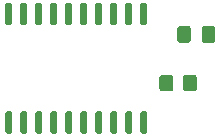
<source format=gbr>
%TF.GenerationSoftware,KiCad,Pcbnew,(5.1.8)-1*%
%TF.CreationDate,2024-03-21T22:45:28+03:00*%
%TF.ProjectId,Reg,5265672e-6b69-4636-9164-5f7063625858,rev?*%
%TF.SameCoordinates,Original*%
%TF.FileFunction,Paste,Bot*%
%TF.FilePolarity,Positive*%
%FSLAX46Y46*%
G04 Gerber Fmt 4.6, Leading zero omitted, Abs format (unit mm)*
G04 Created by KiCad (PCBNEW (5.1.8)-1) date 2024-03-21 22:45:28*
%MOMM*%
%LPD*%
G01*
G04 APERTURE LIST*
G04 APERTURE END LIST*
%TO.C,C4*%
G36*
G01*
X117025000Y-24607500D02*
X117025000Y-25557500D01*
G75*
G02*
X116775000Y-25807500I-250000J0D01*
G01*
X116100000Y-25807500D01*
G75*
G02*
X115850000Y-25557500I0J250000D01*
G01*
X115850000Y-24607500D01*
G75*
G02*
X116100000Y-24357500I250000J0D01*
G01*
X116775000Y-24357500D01*
G75*
G02*
X117025000Y-24607500I0J-250000D01*
G01*
G37*
G36*
G01*
X119100000Y-24607500D02*
X119100000Y-25557500D01*
G75*
G02*
X118850000Y-25807500I-250000J0D01*
G01*
X118175000Y-25807500D01*
G75*
G02*
X117925000Y-25557500I0J250000D01*
G01*
X117925000Y-24607500D01*
G75*
G02*
X118175000Y-24357500I250000J0D01*
G01*
X118850000Y-24357500D01*
G75*
G02*
X119100000Y-24607500I0J-250000D01*
G01*
G37*
%TD*%
%TO.C,R14*%
G36*
G01*
X116335000Y-29660001D02*
X116335000Y-28759999D01*
G75*
G02*
X116584999Y-28510000I249999J0D01*
G01*
X117285001Y-28510000D01*
G75*
G02*
X117535000Y-28759999I0J-249999D01*
G01*
X117535000Y-29660001D01*
G75*
G02*
X117285001Y-29910000I-249999J0D01*
G01*
X116584999Y-29910000D01*
G75*
G02*
X116335000Y-29660001I0J249999D01*
G01*
G37*
G36*
G01*
X114335000Y-29660001D02*
X114335000Y-28759999D01*
G75*
G02*
X114584999Y-28510000I249999J0D01*
G01*
X115285001Y-28510000D01*
G75*
G02*
X115535000Y-28759999I0J-249999D01*
G01*
X115535000Y-29660001D01*
G75*
G02*
X115285001Y-29910000I-249999J0D01*
G01*
X114584999Y-29910000D01*
G75*
G02*
X114335000Y-29660001I0J249999D01*
G01*
G37*
%TD*%
%TO.C,U5*%
G36*
G01*
X113180000Y-24290000D02*
X112880000Y-24290000D01*
G75*
G02*
X112730000Y-24140000I0J150000D01*
G01*
X112730000Y-22540000D01*
G75*
G02*
X112880000Y-22390000I150000J0D01*
G01*
X113180000Y-22390000D01*
G75*
G02*
X113330000Y-22540000I0J-150000D01*
G01*
X113330000Y-24140000D01*
G75*
G02*
X113180000Y-24290000I-150000J0D01*
G01*
G37*
G36*
G01*
X111910000Y-24290000D02*
X111610000Y-24290000D01*
G75*
G02*
X111460000Y-24140000I0J150000D01*
G01*
X111460000Y-22540000D01*
G75*
G02*
X111610000Y-22390000I150000J0D01*
G01*
X111910000Y-22390000D01*
G75*
G02*
X112060000Y-22540000I0J-150000D01*
G01*
X112060000Y-24140000D01*
G75*
G02*
X111910000Y-24290000I-150000J0D01*
G01*
G37*
G36*
G01*
X110640000Y-24290000D02*
X110340000Y-24290000D01*
G75*
G02*
X110190000Y-24140000I0J150000D01*
G01*
X110190000Y-22540000D01*
G75*
G02*
X110340000Y-22390000I150000J0D01*
G01*
X110640000Y-22390000D01*
G75*
G02*
X110790000Y-22540000I0J-150000D01*
G01*
X110790000Y-24140000D01*
G75*
G02*
X110640000Y-24290000I-150000J0D01*
G01*
G37*
G36*
G01*
X109370000Y-24290000D02*
X109070000Y-24290000D01*
G75*
G02*
X108920000Y-24140000I0J150000D01*
G01*
X108920000Y-22540000D01*
G75*
G02*
X109070000Y-22390000I150000J0D01*
G01*
X109370000Y-22390000D01*
G75*
G02*
X109520000Y-22540000I0J-150000D01*
G01*
X109520000Y-24140000D01*
G75*
G02*
X109370000Y-24290000I-150000J0D01*
G01*
G37*
G36*
G01*
X108100000Y-24290000D02*
X107800000Y-24290000D01*
G75*
G02*
X107650000Y-24140000I0J150000D01*
G01*
X107650000Y-22540000D01*
G75*
G02*
X107800000Y-22390000I150000J0D01*
G01*
X108100000Y-22390000D01*
G75*
G02*
X108250000Y-22540000I0J-150000D01*
G01*
X108250000Y-24140000D01*
G75*
G02*
X108100000Y-24290000I-150000J0D01*
G01*
G37*
G36*
G01*
X106830000Y-24290000D02*
X106530000Y-24290000D01*
G75*
G02*
X106380000Y-24140000I0J150000D01*
G01*
X106380000Y-22540000D01*
G75*
G02*
X106530000Y-22390000I150000J0D01*
G01*
X106830000Y-22390000D01*
G75*
G02*
X106980000Y-22540000I0J-150000D01*
G01*
X106980000Y-24140000D01*
G75*
G02*
X106830000Y-24290000I-150000J0D01*
G01*
G37*
G36*
G01*
X105560000Y-24290000D02*
X105260000Y-24290000D01*
G75*
G02*
X105110000Y-24140000I0J150000D01*
G01*
X105110000Y-22540000D01*
G75*
G02*
X105260000Y-22390000I150000J0D01*
G01*
X105560000Y-22390000D01*
G75*
G02*
X105710000Y-22540000I0J-150000D01*
G01*
X105710000Y-24140000D01*
G75*
G02*
X105560000Y-24290000I-150000J0D01*
G01*
G37*
G36*
G01*
X104290000Y-24290000D02*
X103990000Y-24290000D01*
G75*
G02*
X103840000Y-24140000I0J150000D01*
G01*
X103840000Y-22540000D01*
G75*
G02*
X103990000Y-22390000I150000J0D01*
G01*
X104290000Y-22390000D01*
G75*
G02*
X104440000Y-22540000I0J-150000D01*
G01*
X104440000Y-24140000D01*
G75*
G02*
X104290000Y-24290000I-150000J0D01*
G01*
G37*
G36*
G01*
X103020000Y-24290000D02*
X102720000Y-24290000D01*
G75*
G02*
X102570000Y-24140000I0J150000D01*
G01*
X102570000Y-22540000D01*
G75*
G02*
X102720000Y-22390000I150000J0D01*
G01*
X103020000Y-22390000D01*
G75*
G02*
X103170000Y-22540000I0J-150000D01*
G01*
X103170000Y-24140000D01*
G75*
G02*
X103020000Y-24290000I-150000J0D01*
G01*
G37*
G36*
G01*
X101750000Y-24290000D02*
X101450000Y-24290000D01*
G75*
G02*
X101300000Y-24140000I0J150000D01*
G01*
X101300000Y-22540000D01*
G75*
G02*
X101450000Y-22390000I150000J0D01*
G01*
X101750000Y-22390000D01*
G75*
G02*
X101900000Y-22540000I0J-150000D01*
G01*
X101900000Y-24140000D01*
G75*
G02*
X101750000Y-24290000I-150000J0D01*
G01*
G37*
G36*
G01*
X101750000Y-33490000D02*
X101450000Y-33490000D01*
G75*
G02*
X101300000Y-33340000I0J150000D01*
G01*
X101300000Y-31740000D01*
G75*
G02*
X101450000Y-31590000I150000J0D01*
G01*
X101750000Y-31590000D01*
G75*
G02*
X101900000Y-31740000I0J-150000D01*
G01*
X101900000Y-33340000D01*
G75*
G02*
X101750000Y-33490000I-150000J0D01*
G01*
G37*
G36*
G01*
X103020000Y-33490000D02*
X102720000Y-33490000D01*
G75*
G02*
X102570000Y-33340000I0J150000D01*
G01*
X102570000Y-31740000D01*
G75*
G02*
X102720000Y-31590000I150000J0D01*
G01*
X103020000Y-31590000D01*
G75*
G02*
X103170000Y-31740000I0J-150000D01*
G01*
X103170000Y-33340000D01*
G75*
G02*
X103020000Y-33490000I-150000J0D01*
G01*
G37*
G36*
G01*
X104290000Y-33490000D02*
X103990000Y-33490000D01*
G75*
G02*
X103840000Y-33340000I0J150000D01*
G01*
X103840000Y-31740000D01*
G75*
G02*
X103990000Y-31590000I150000J0D01*
G01*
X104290000Y-31590000D01*
G75*
G02*
X104440000Y-31740000I0J-150000D01*
G01*
X104440000Y-33340000D01*
G75*
G02*
X104290000Y-33490000I-150000J0D01*
G01*
G37*
G36*
G01*
X105560000Y-33490000D02*
X105260000Y-33490000D01*
G75*
G02*
X105110000Y-33340000I0J150000D01*
G01*
X105110000Y-31740000D01*
G75*
G02*
X105260000Y-31590000I150000J0D01*
G01*
X105560000Y-31590000D01*
G75*
G02*
X105710000Y-31740000I0J-150000D01*
G01*
X105710000Y-33340000D01*
G75*
G02*
X105560000Y-33490000I-150000J0D01*
G01*
G37*
G36*
G01*
X106830000Y-33490000D02*
X106530000Y-33490000D01*
G75*
G02*
X106380000Y-33340000I0J150000D01*
G01*
X106380000Y-31740000D01*
G75*
G02*
X106530000Y-31590000I150000J0D01*
G01*
X106830000Y-31590000D01*
G75*
G02*
X106980000Y-31740000I0J-150000D01*
G01*
X106980000Y-33340000D01*
G75*
G02*
X106830000Y-33490000I-150000J0D01*
G01*
G37*
G36*
G01*
X108100000Y-33490000D02*
X107800000Y-33490000D01*
G75*
G02*
X107650000Y-33340000I0J150000D01*
G01*
X107650000Y-31740000D01*
G75*
G02*
X107800000Y-31590000I150000J0D01*
G01*
X108100000Y-31590000D01*
G75*
G02*
X108250000Y-31740000I0J-150000D01*
G01*
X108250000Y-33340000D01*
G75*
G02*
X108100000Y-33490000I-150000J0D01*
G01*
G37*
G36*
G01*
X109370000Y-33490000D02*
X109070000Y-33490000D01*
G75*
G02*
X108920000Y-33340000I0J150000D01*
G01*
X108920000Y-31740000D01*
G75*
G02*
X109070000Y-31590000I150000J0D01*
G01*
X109370000Y-31590000D01*
G75*
G02*
X109520000Y-31740000I0J-150000D01*
G01*
X109520000Y-33340000D01*
G75*
G02*
X109370000Y-33490000I-150000J0D01*
G01*
G37*
G36*
G01*
X110640000Y-33490000D02*
X110340000Y-33490000D01*
G75*
G02*
X110190000Y-33340000I0J150000D01*
G01*
X110190000Y-31740000D01*
G75*
G02*
X110340000Y-31590000I150000J0D01*
G01*
X110640000Y-31590000D01*
G75*
G02*
X110790000Y-31740000I0J-150000D01*
G01*
X110790000Y-33340000D01*
G75*
G02*
X110640000Y-33490000I-150000J0D01*
G01*
G37*
G36*
G01*
X111910000Y-33490000D02*
X111610000Y-33490000D01*
G75*
G02*
X111460000Y-33340000I0J150000D01*
G01*
X111460000Y-31740000D01*
G75*
G02*
X111610000Y-31590000I150000J0D01*
G01*
X111910000Y-31590000D01*
G75*
G02*
X112060000Y-31740000I0J-150000D01*
G01*
X112060000Y-33340000D01*
G75*
G02*
X111910000Y-33490000I-150000J0D01*
G01*
G37*
G36*
G01*
X113180000Y-33490000D02*
X112880000Y-33490000D01*
G75*
G02*
X112730000Y-33340000I0J150000D01*
G01*
X112730000Y-31740000D01*
G75*
G02*
X112880000Y-31590000I150000J0D01*
G01*
X113180000Y-31590000D01*
G75*
G02*
X113330000Y-31740000I0J-150000D01*
G01*
X113330000Y-33340000D01*
G75*
G02*
X113180000Y-33490000I-150000J0D01*
G01*
G37*
%TD*%
M02*

</source>
